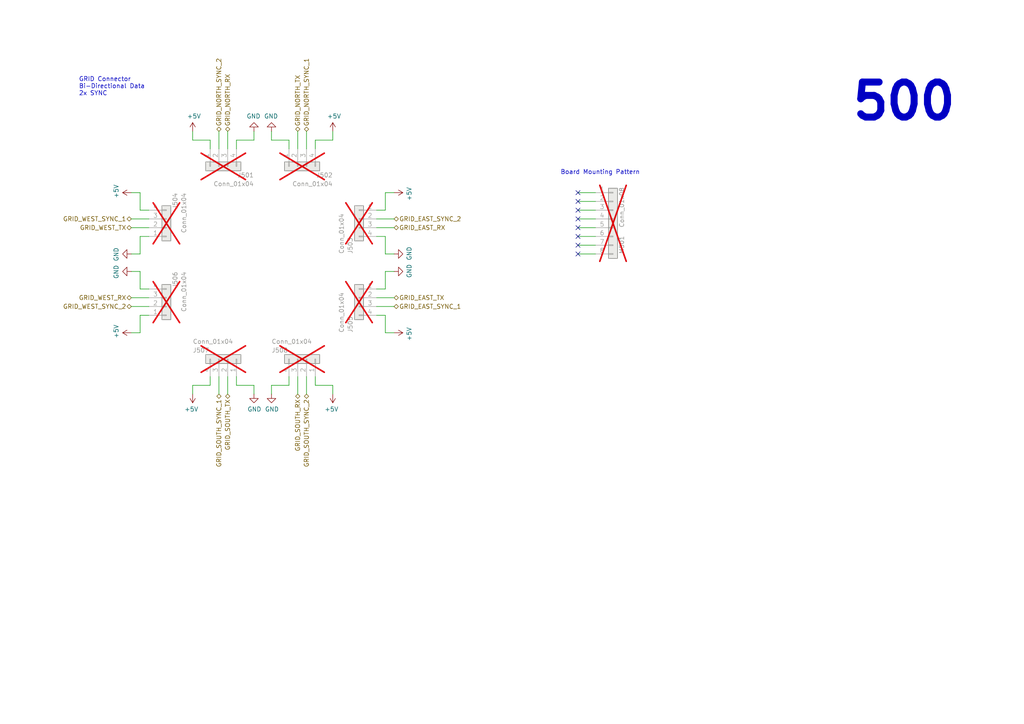
<source format=kicad_sch>
(kicad_sch (version 20231120) (generator "eeschema") (generator_version "8.0")
  (paper "A4")
  (lib_symbols
    (symbol "Connector_Generic:Conn_01x04" (pin_names (offset 1.016) hide)
      (property "Reference" "J" (at 0 5.08 0))
      (property "Value" "Conn_01x04" (at 0 -7.62 0))
      (symbol "Conn_01x04_1_1"
        (rectangle (start -1.27 -4.953) (end 0 -5.207) (stroke (width 0.1524)))
        (rectangle (start -1.27 -2.413) (end 0 -2.667) (stroke (width 0.1524)))
        (rectangle (start -1.27 0.127) (end 0 -0.127) (stroke (width 0.1524)))
        (rectangle (start -1.27 2.667) (end 0 2.413) (stroke (width 0.1524)))
        (rectangle (start -1.27 3.81) (end 1.27 -6.35) (stroke (width 0.254)) (fill (type background)))
        (pin passive line (at -5.08 2.54 0) (length 3.81) (name "Pin_1") (number "1"))
        (pin passive line (at -5.08 0 0) (length 3.81) (name "Pin_2") (number "2"))
        (pin passive line (at -5.08 -2.54 0) (length 3.81) (name "Pin_3") (number "3"))
        (pin passive line (at -5.08 -5.08 0) (length 3.81) (name "Pin_4") (number "4"))
      )
    )
    (symbol "Connector_Generic:Conn_01x08" (pin_names (offset 1.016) hide)
      (property "Reference" "J" (at 0 10.16 0))
      (property "Value" "Conn_01x08" (at 0 -12.7 0))
      (symbol "Conn_01x08_1_1"
        (rectangle (start -1.27 -10.033) (end 0 -10.287) (stroke (width 0.1524)))
        (rectangle (start -1.27 -7.493) (end 0 -7.747) (stroke (width 0.1524)))
        (rectangle (start -1.27 -4.953) (end 0 -5.207) (stroke (width 0.1524)))
        (rectangle (start -1.27 -2.413) (end 0 -2.667) (stroke (width 0.1524)))
        (rectangle (start -1.27 0.127) (end 0 -0.127) (stroke (width 0.1524)))
        (rectangle (start -1.27 2.667) (end 0 2.413) (stroke (width 0.1524)))
        (rectangle (start -1.27 5.207) (end 0 4.953) (stroke (width 0.1524)))
        (rectangle (start -1.27 7.747) (end 0 7.493) (stroke (width 0.1524)))
        (rectangle (start -1.27 8.89) (end 1.27 -11.43) (stroke (width 0.254)) (fill (type background)))
        (pin passive line (at -5.08 7.62 0) (length 3.81) (name "Pin_1") (number "1"))
        (pin passive line (at -5.08 5.08 0) (length 3.81) (name "Pin_2") (number "2"))
        (pin passive line (at -5.08 2.54 0) (length 3.81) (name "Pin_3") (number "3"))
        (pin passive line (at -5.08 0 0) (length 3.81) (name "Pin_4") (number "4"))
        (pin passive line (at -5.08 -2.54 0) (length 3.81) (name "Pin_5") (number "5"))
        (pin passive line (at -5.08 -5.08 0) (length 3.81) (name "Pin_6") (number "6"))
        (pin passive line (at -5.08 -7.62 0) (length 3.81) (name "Pin_7") (number "7"))
        (pin passive line (at -5.08 -10.16 0) (length 3.81) (name "Pin_8") (number "8"))
      )
    )
    (symbol "power:+5V" (power) (pin_names (offset 0))
      (property "Value" "+5V" (at 0 3.556 0))
      (symbol "+5V_0_1"
        (polyline (pts (xy -0.762 1.27) (xy 0 2.54)))
        (polyline (pts (xy 0 0) (xy 0 2.54)))
        (polyline (pts (xy 0 2.54) (xy 0.762 1.27)))
      )
      (symbol "+5V_1_1"
        (pin power_in line (at 0 0 90) (length 0) hide (name "+5V") (number "1"))
      )
    )
    (symbol "power:GND" (power) (pin_names (offset 0))
      (property "Value" "GND" (at 0 -3.81 0))
      (symbol "GND_0_1"
        (polyline (pts (xy 0 0) (xy 0 -1.27) (xy 1.27 -1.27) (xy 0 -2.54) (xy -1.27 -1.27) (xy 0 -1.27)))
      )
      (symbol "GND_1_1"
        (pin power_in line (at 0 0 270) (length 0) hide (name "GND") (number "1"))
      )
    )
  )
  (no_connect (at 167.64 63.5))
  (no_connect (at 167.64 66.04))
  (no_connect (at 167.64 55.88))
  (no_connect (at 167.64 60.96))
  (no_connect (at 167.64 73.66))
  (no_connect (at 167.64 71.12))
  (no_connect (at 167.64 68.58))
  (no_connect (at 167.64 58.42))
  (wire (pts (xy 60.96 40.64) (xy 60.96 43.18)))
  (wire (pts (xy 40.64 55.88) (xy 40.64 60.96)))
  (wire (pts (xy 40.64 91.44) (xy 40.64 96.52)))
  (wire (pts (xy 55.88 38.1) (xy 55.88 40.64)))
  (wire (pts (xy 43.18 60.96) (xy 40.64 60.96)))
  (wire (pts (xy 83.82 109.22) (xy 83.82 111.76)))
  (wire (pts (xy 55.88 114.3) (xy 55.88 111.76)))
  (wire (pts (xy 66.04 109.22) (xy 66.04 114.3)))
  (wire (pts (xy 111.76 73.66) (xy 114.3 73.66)))
  (wire (pts (xy 172.72 66.04) (xy 167.64 66.04)))
  (wire (pts (xy 66.04 43.18) (xy 66.04 38.1)))
  (wire (pts (xy 172.72 58.42) (xy 167.64 58.42)))
  (wire (pts (xy 91.44 111.76) (xy 96.52 111.76)))
  (wire (pts (xy 38.1 88.9) (xy 43.18 88.9)))
  (wire (pts (xy 43.18 66.04) (xy 38.1 66.04)))
  (wire (pts (xy 68.58 40.64) (xy 73.66 40.64)))
  (wire (pts (xy 43.18 83.82) (xy 40.64 83.82)))
  (wire (pts (xy 43.18 86.36) (xy 38.1 86.36)))
  (wire (pts (xy 40.64 78.74) (xy 40.64 83.82)))
  (wire (pts (xy 109.22 68.58) (xy 111.76 68.58)))
  (wire (pts (xy 109.22 86.36) (xy 114.3 86.36)))
  (wire (pts (xy 172.72 63.5) (xy 167.64 63.5)))
  (wire (pts (xy 111.76 78.74) (xy 114.3 78.74)))
  (wire (pts (xy 111.76 91.44) (xy 111.76 96.52)))
  (wire (pts (xy 68.58 43.18) (xy 68.58 40.64)))
  (wire (pts (xy 55.88 111.76) (xy 60.96 111.76)))
  (wire (pts (xy 172.72 68.58) (xy 167.64 68.58)))
  (wire (pts (xy 111.76 60.96) (xy 109.22 60.96)))
  (wire (pts (xy 111.76 55.88) (xy 111.76 60.96)))
  (wire (pts (xy 86.36 109.22) (xy 86.36 114.3)))
  (wire (pts (xy 83.82 40.64) (xy 83.82 43.18)))
  (wire (pts (xy 55.88 40.64) (xy 60.96 40.64)))
  (wire (pts (xy 40.64 73.66) (xy 38.1 73.66)))
  (wire (pts (xy 109.22 66.04) (xy 114.3 66.04)))
  (wire (pts (xy 91.44 40.64) (xy 96.52 40.64)))
  (wire (pts (xy 73.66 111.76) (xy 73.66 114.3)))
  (wire (pts (xy 68.58 111.76) (xy 68.58 109.22)))
  (wire (pts (xy 96.52 38.1) (xy 96.52 40.64)))
  (wire (pts (xy 78.74 40.64) (xy 78.74 38.1)))
  (wire (pts (xy 114.3 96.52) (xy 111.76 96.52)))
  (wire (pts (xy 114.3 63.5) (xy 109.22 63.5)))
  (wire (pts (xy 73.66 40.64) (xy 73.66 38.1)))
  (wire (pts (xy 91.44 43.18) (xy 91.44 40.64)))
  (wire (pts (xy 68.58 111.76) (xy 73.66 111.76)))
  (wire (pts (xy 63.5 38.1) (xy 63.5 43.18)))
  (wire (pts (xy 111.76 68.58) (xy 111.76 73.66)))
  (wire (pts (xy 172.72 71.12) (xy 167.64 71.12)))
  (wire (pts (xy 88.9 114.3) (xy 88.9 109.22)))
  (wire (pts (xy 109.22 88.9) (xy 114.3 88.9)))
  (wire (pts (xy 38.1 96.52) (xy 40.64 96.52)))
  (wire (pts (xy 111.76 78.74) (xy 111.76 83.82)))
  (wire (pts (xy 91.44 111.76) (xy 91.44 109.22)))
  (wire (pts (xy 172.72 55.88) (xy 167.64 55.88)))
  (wire (pts (xy 86.36 43.18) (xy 86.36 38.1)))
  (wire (pts (xy 60.96 109.22) (xy 60.96 111.76)))
  (wire (pts (xy 43.18 63.5) (xy 38.1 63.5)))
  (wire (pts (xy 40.64 68.58) (xy 40.64 73.66)))
  (wire (pts (xy 78.74 111.76) (xy 78.74 114.3)))
  (wire (pts (xy 172.72 60.96) (xy 167.64 60.96)))
  (wire (pts (xy 40.64 68.58) (xy 43.18 68.58)))
  (wire (pts (xy 40.64 91.44) (xy 43.18 91.44)))
  (wire (pts (xy 88.9 43.18) (xy 88.9 38.1)))
  (wire (pts (xy 63.5 109.22) (xy 63.5 114.3)))
  (wire (pts (xy 96.52 114.3) (xy 96.52 111.76)))
  (wire (pts (xy 111.76 83.82) (xy 109.22 83.82)))
  (wire (pts (xy 78.74 111.76) (xy 83.82 111.76)))
  (wire (pts (xy 109.22 91.44) (xy 111.76 91.44)))
  (wire (pts (xy 38.1 55.88) (xy 40.64 55.88)))
  (wire (pts (xy 40.64 78.74) (xy 38.1 78.74)))
  (wire (pts (xy 172.72 73.66) (xy 167.64 73.66)))
  (wire (pts (xy 78.74 40.64) (xy 83.82 40.64)))
  (wire (pts (xy 114.3 55.88) (xy 111.76 55.88)))
  (text "Board Mounting Pattern\n" (at 162.56 50.8 0) (effects (font (size 1.27 1.27)) (justify left bottom)))
  (text "GRID Connector\nBi-Directional Data\n2x SYNC\n" (at 22.86 27.94 0) (effects (font (size 1.27 1.27)) (justify left bottom)))
  (text "500" (at 246.38 35.56 0) (effects (font (size 10.16 10.16) (thickness 2.032) (bold yes)) (justify left bottom)))
  (hierarchical_label "GRID_NORTH_RX" (shape bidirectional) (at 66.04 38.1 90))
  (hierarchical_label "GRID_NORTH_TX" (shape bidirectional) (at 86.36 38.1 90))
  (hierarchical_label "GRID_SOUTH_SYNC_1" (shape bidirectional) (at 63.5 114.3 270))
  (hierarchical_label "GRID_NORTH_SYNC_1" (shape bidirectional) (at 88.9 38.1 90))
  (hierarchical_label "GRID_SOUTH_TX" (shape bidirectional) (at 66.04 114.3 270))
  (hierarchical_label "GRID_SOUTH_RX" (shape bidirectional) (at 86.36 114.3 270))
  (hierarchical_label "GRID_EAST_RX" (shape bidirectional) (at 114.3 66.04 0))
  (hierarchical_label "GRID_WEST_SYNC_2" (shape bidirectional) (at 38.1 88.9 180))
  (hierarchical_label "GRID_NORTH_SYNC_2" (shape bidirectional) (at 63.5 38.1 90))
  (hierarchical_label "GRID_EAST_TX" (shape bidirectional) (at 114.3 86.36 0))
  (hierarchical_label "GRID_WEST_TX" (shape bidirectional) (at 38.1 66.04 180))
  (hierarchical_label "GRID_WEST_RX" (shape bidirectional) (at 38.1 86.36 180))
  (hierarchical_label "GRID_EAST_SYNC_1" (shape bidirectional) (at 114.3 88.9 0))
  (hierarchical_label "GRID_SOUTH_SYNC_2" (shape bidirectional) (at 88.9 114.3 270))
  (hierarchical_label "GRID_WEST_SYNC_1" (shape bidirectional) (at 38.1 63.5 180))
  (hierarchical_label "GRID_EAST_SYNC_2" (shape bidirectional) (at 114.3 63.5 0))
  (symbol (lib_id "Connector_Generic:Conn_01x04") (at 48.26 66.04 0) (mirror x) (unit 1) (in_bom no) (dnp yes)
    (property "Reference" "J504" (at 50.8 55.88 90) (effects (justify left)))
    (property "Value" "Conn_01x04" (at 53.34 55.88 90) (effects (justify left)))
    (property "Footprint" "suku_basics:J_INTERFACE_SPRINGPATTERN" (effects (hide yes)))
  )
  (symbol (lib_id "Connector_Generic:Conn_01x04") (at 48.26 88.9 0) (mirror x) (unit 1) (in_bom no) (dnp yes)
    (property "Reference" "J506" (at 50.8 78.74 90) (effects (justify left)))
    (property "Value" "Conn_01x04" (at 53.34 78.74 90) (effects (justify left)))
    (property "Footprint" "suku_basics:J_INTERFACE_SPRINGPATTERN" (effects (hide yes)))
  )
  (symbol (lib_id "power:+5V") (at 38.1 55.88 90) (unit 1)
    (property "Reference" "#PWR0505" (effects (hide yes)))
    (property "Value" "+5V" (at 33.7058 55.499 0))
  )
  (symbol (lib_id "power:GND") (at 38.1 73.66 270) (unit 1)
    (property "Reference" "#PWR0507" (effects (hide yes)))
    (property "Value" "GND" (at 33.7058 73.787 0))
  )
  (symbol (lib_id "power:GND") (at 38.1 78.74 270) (unit 1)
    (property "Reference" "#PWR0509" (effects (hide yes)))
    (property "Value" "GND" (at 33.7058 78.867 0))
  )
  (symbol (lib_id "power:+5V") (at 38.1 96.52 90) (unit 1)
    (property "Reference" "#PWR0511" (effects (hide yes)))
    (property "Value" "+5V" (at 33.7058 96.139 0))
  )
  (symbol (lib_id "Connector_Generic:Conn_01x04") (at 86.36 48.26 90) (mirror x) (unit 1) (in_bom no) (dnp yes)
    (property "Reference" "J502" (at 96.52 50.8 90) (effects (justify left)))
    (property "Value" "Conn_01x04" (at 96.52 53.34 90) (effects (justify left)))
    (property "Footprint" "suku_basics:J_INTERFACE_SPRINGPATTERN" (effects (hide yes)))
  )
  (symbol (lib_id "Connector_Generic:Conn_01x04") (at 63.5 48.26 90) (mirror x) (unit 1) (in_bom no) (dnp yes)
    (property "Reference" "J501" (at 73.66 50.8 90) (effects (justify left)))
    (property "Value" "Conn_01x04" (at 73.66 53.34 90) (effects (justify left)))
    (property "Footprint" "suku_basics:J_INTERFACE_SPRINGPATTERN" (effects (hide yes)))
  )
  (symbol (lib_id "Connector_Generic:Conn_01x04") (at 104.14 86.36 0) (mirror y) (unit 1) (in_bom no) (dnp yes)
    (property "Reference" "J505" (at 101.6 96.52 90) (effects (justify left)))
    (property "Value" "Conn_01x04" (at 99.06 96.52 90) (effects (justify left)))
    (property "Footprint" "suku_basics:J_INTERFACE_SPRINGPATTERN" (effects (hide yes)))
  )
  (symbol (lib_id "Connector_Generic:Conn_01x04") (at 104.14 63.5 0) (mirror y) (unit 1) (in_bom no) (dnp yes)
    (property "Reference" "J503" (at 101.6 73.66 90) (effects (justify left)))
    (property "Value" "Conn_01x04" (at 99.06 73.66 90) (effects (justify left)))
    (property "Footprint" "suku_basics:J_INTERFACE_SPRINGPATTERN" (effects (hide yes)))
  )
  (symbol (lib_id "Connector_Generic:Conn_01x04") (at 66.04 104.14 270) (mirror x) (unit 1) (in_bom no) (dnp yes)
    (property "Reference" "J507" (at 55.88 101.6 90) (effects (justify left)))
    (property "Value" "Conn_01x04" (at 55.88 99.06 90) (effects (justify left)))
    (property "Footprint" "suku_basics:J_INTERFACE_SPRINGPATTERN" (effects (hide yes)))
  )
  (symbol (lib_id "Connector_Generic:Conn_01x04") (at 88.9 104.14 270) (mirror x) (unit 1) (in_bom no) (dnp yes)
    (property "Reference" "J508" (at 78.74 101.6 90) (effects (justify left)))
    (property "Value" "Conn_01x04" (at 78.74 99.06 90) (effects (justify left)))
    (property "Footprint" "suku_basics:J_INTERFACE_SPRINGPATTERN" (effects (hide yes)))
  )
  (symbol (lib_id "Connector_Generic:Conn_01x08") (at 177.8 63.5 0) (unit 1) (in_bom no) (dnp yes)
    (property "Reference" "M501" (at 180.34 73.66 90) (effects (justify left)))
    (property "Value" "Conn_01x08" (at 180.34 66.04 90) (effects (justify left)))
    (property "Footprint" "suku_basics:grid_outline" (effects (hide yes)))
  )
  (symbol (lib_id "power:+5V") (at 96.52 114.3 180) (unit 1)
    (property "Reference" "#PWR0516" (effects (hide yes)))
    (property "Value" "+5V" (at 96.139 118.6942 0))
  )
  (symbol (lib_id "power:+5V") (at 114.3 55.88 270) (unit 1)
    (property "Reference" "#PWR0506" (effects (hide yes)))
    (property "Value" "+5V" (at 118.6942 56.261 0))
  )
  (symbol (lib_id "power:+5V") (at 114.3 96.52 270) (unit 1)
    (property "Reference" "#PWR0512" (effects (hide yes)))
    (property "Value" "+5V" (at 118.6942 96.901 0))
  )
  (symbol (lib_id "power:+5V") (at 96.52 38.1 0) (unit 1)
    (property "Reference" "#PWR0504" (effects (hide yes)))
    (property "Value" "+5V" (at 96.901 33.7058 0))
  )
  (symbol (lib_id "power:GND") (at 114.3 78.74 90) (unit 1)
    (property "Reference" "#PWR0510" (effects (hide yes)))
    (property "Value" "GND" (at 118.6942 78.613 0))
  )
  (symbol (lib_id "power:GND") (at 78.74 38.1 180) (unit 1)
    (property "Reference" "#PWR0503" (effects (hide yes)))
    (property "Value" "GND" (at 78.613 33.7058 0))
  )
  (symbol (lib_id "power:GND") (at 73.66 38.1 180) (unit 1)
    (property "Reference" "#PWR0502" (effects (hide yes)))
    (property "Value" "GND" (at 73.533 33.7058 0))
  )
  (symbol (lib_id "power:GND") (at 73.66 114.3 0) (unit 1)
    (property "Reference" "#PWR0514" (effects (hide yes)))
    (property "Value" "GND" (at 73.787 118.6942 0))
  )
  (symbol (lib_id "power:+5V") (at 55.88 38.1 0) (unit 1)
    (property "Reference" "#PWR0501" (effects (hide yes)))
    (property "Value" "+5V" (at 56.261 33.7058 0))
  )
  (symbol (lib_id "power:GND") (at 78.74 114.3 0) (unit 1)
    (property "Reference" "#PWR0515" (effects (hide yes)))
    (property "Value" "GND" (at 78.867 118.6942 0))
  )
  (symbol (lib_id "power:GND") (at 114.3 73.66 90) (unit 1)
    (property "Reference" "#PWR0508" (effects (hide yes)))
    (property "Value" "GND" (at 118.6942 73.533 0))
  )
  (symbol (lib_id "power:+5V") (at 55.88 114.3 180) (unit 1)
    (property "Reference" "#PWR0513" (effects (hide yes)))
    (property "Value" "+5V" (at 55.499 118.6942 0))
  )
)
</source>
